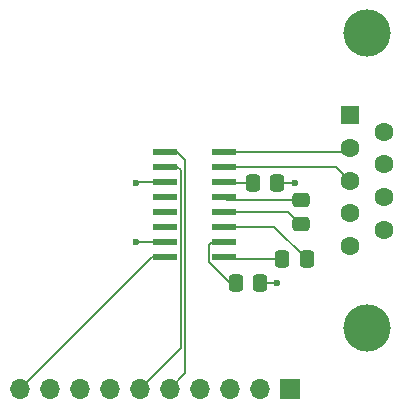
<source format=gtl>
%TF.GenerationSoftware,KiCad,Pcbnew,8.0.3*%
%TF.CreationDate,2024-07-09T19:30:08+02:00*%
%TF.ProjectId,UART-TTL-Flipper_Zero,55415254-2d54-4544-9c2d-466c69707065,rev?*%
%TF.SameCoordinates,Original*%
%TF.FileFunction,Copper,L1,Top*%
%TF.FilePolarity,Positive*%
%FSLAX46Y46*%
G04 Gerber Fmt 4.6, Leading zero omitted, Abs format (unit mm)*
G04 Created by KiCad (PCBNEW 8.0.3) date 2024-07-09 19:30:08*
%MOMM*%
%LPD*%
G01*
G04 APERTURE LIST*
G04 Aperture macros list*
%AMRoundRect*
0 Rectangle with rounded corners*
0 $1 Rounding radius*
0 $2 $3 $4 $5 $6 $7 $8 $9 X,Y pos of 4 corners*
0 Add a 4 corners polygon primitive as box body*
4,1,4,$2,$3,$4,$5,$6,$7,$8,$9,$2,$3,0*
0 Add four circle primitives for the rounded corners*
1,1,$1+$1,$2,$3*
1,1,$1+$1,$4,$5*
1,1,$1+$1,$6,$7*
1,1,$1+$1,$8,$9*
0 Add four rect primitives between the rounded corners*
20,1,$1+$1,$2,$3,$4,$5,0*
20,1,$1+$1,$4,$5,$6,$7,0*
20,1,$1+$1,$6,$7,$8,$9,0*
20,1,$1+$1,$8,$9,$2,$3,0*%
G04 Aperture macros list end*
%TA.AperFunction,ComponentPad*%
%ADD10R,1.700000X1.700000*%
%TD*%
%TA.AperFunction,ComponentPad*%
%ADD11O,1.700000X1.700000*%
%TD*%
%TA.AperFunction,SMDPad,CuDef*%
%ADD12RoundRect,0.073750X0.911250X0.221250X-0.911250X0.221250X-0.911250X-0.221250X0.911250X-0.221250X0*%
%TD*%
%TA.AperFunction,ComponentPad*%
%ADD13C,1.600000*%
%TD*%
%TA.AperFunction,ComponentPad*%
%ADD14R,1.600000X1.600000*%
%TD*%
%TA.AperFunction,ComponentPad*%
%ADD15C,4.000000*%
%TD*%
%TA.AperFunction,SMDPad,CuDef*%
%ADD16RoundRect,0.250000X-0.337500X-0.475000X0.337500X-0.475000X0.337500X0.475000X-0.337500X0.475000X0*%
%TD*%
%TA.AperFunction,SMDPad,CuDef*%
%ADD17RoundRect,0.250000X0.337500X0.475000X-0.337500X0.475000X-0.337500X-0.475000X0.337500X-0.475000X0*%
%TD*%
%TA.AperFunction,SMDPad,CuDef*%
%ADD18RoundRect,0.250000X0.475000X-0.337500X0.475000X0.337500X-0.475000X0.337500X-0.475000X-0.337500X0*%
%TD*%
%TA.AperFunction,ViaPad*%
%ADD19C,0.600000*%
%TD*%
%TA.AperFunction,Conductor*%
%ADD20C,0.200000*%
%TD*%
G04 APERTURE END LIST*
D10*
%TO.P,J1,1,Pin_1*%
%TO.N,GND*%
X86540000Y-94500000D03*
D11*
%TO.P,J1,2,Pin_2*%
%TO.N,unconnected-(J1-Pin_2-Pad2)*%
X84000000Y-94500000D03*
%TO.P,J1,3,Pin_3*%
%TO.N,unconnected-(J1-Pin_3-Pad3)*%
X81460000Y-94500000D03*
%TO.P,J1,4,Pin_4*%
%TO.N,unconnected-(J1-Pin_4-Pad4)*%
X78920000Y-94500000D03*
%TO.P,J1,5,Pin_5*%
%TO.N,Net-(J1-Pin_5)*%
X76380000Y-94500000D03*
%TO.P,J1,6,Pin_6*%
%TO.N,Net-(J1-Pin_6)*%
X73840000Y-94500000D03*
%TO.P,J1,7,Pin_7*%
%TO.N,unconnected-(J1-Pin_7-Pad7)*%
X71300000Y-94500000D03*
%TO.P,J1,8,Pin_8*%
%TO.N,GND*%
X68760000Y-94500000D03*
%TO.P,J1,9,Pin_9*%
%TO.N,unconnected-(J1-Pin_9-Pad9)*%
X66220000Y-94500000D03*
%TO.P,J1,10,Pin_10*%
%TO.N,+3.3V*%
X63680000Y-94500000D03*
%TD*%
D12*
%TO.P,U1,1,C1+*%
%TO.N,Net-(U1-C1+)*%
X80975000Y-83270000D03*
%TO.P,U1,2,VS+*%
%TO.N,Net-(U1-VS+)*%
X80975000Y-82000000D03*
%TO.P,U1,3,C1-*%
%TO.N,Net-(U1-C1-)*%
X80975000Y-80730000D03*
%TO.P,U1,4,C2+*%
%TO.N,Net-(U1-C2+)*%
X80975000Y-79460000D03*
%TO.P,U1,5,C2-*%
%TO.N,Net-(U1-C2-)*%
X80975000Y-78190000D03*
%TO.P,U1,6,VS-*%
%TO.N,Net-(U1-VS-)*%
X80975000Y-76920000D03*
%TO.P,U1,7,T2OUT*%
%TO.N,Net-(U1-T2OUT)*%
X80975000Y-75650000D03*
%TO.P,U1,8,R2IN*%
%TO.N,Net-(U1-R2IN)*%
X80975000Y-74380000D03*
%TO.P,U1,9,R2OUT*%
%TO.N,Net-(J1-Pin_5)*%
X76025000Y-74380000D03*
%TO.P,U1,10,T2IN*%
%TO.N,Net-(J1-Pin_6)*%
X76025000Y-75650000D03*
%TO.P,U1,11,T1IN*%
%TO.N,GND*%
X76025000Y-76920000D03*
%TO.P,U1,12,R1OUT*%
%TO.N,unconnected-(U1-R1OUT-Pad12)*%
X76025000Y-78190000D03*
%TO.P,U1,13,R1IN*%
%TO.N,unconnected-(U1-R1IN-Pad13)*%
X76025000Y-79460000D03*
%TO.P,U1,14,T1OUT*%
%TO.N,unconnected-(U1-T1OUT-Pad14)*%
X76025000Y-80730000D03*
%TO.P,U1,15,GND*%
%TO.N,GND*%
X76025000Y-82000000D03*
%TO.P,U1,16,VCC*%
%TO.N,+3.3V*%
X76025000Y-83270000D03*
%TD*%
D13*
%TO.P,J2,9,9*%
%TO.N,unconnected-(J2-Pad9)*%
X94500000Y-81000000D03*
%TO.P,J2,8,8*%
%TO.N,unconnected-(J2-Pad8)*%
X94500000Y-78230000D03*
%TO.P,J2,7,7*%
%TO.N,unconnected-(J2-Pad7)*%
X94500000Y-75460000D03*
%TO.P,J2,6,6*%
%TO.N,unconnected-(J2-Pad6)*%
X94500000Y-72690000D03*
%TO.P,J2,5,5*%
%TO.N,GND*%
X91660000Y-82385000D03*
%TO.P,J2,4,4*%
%TO.N,unconnected-(J2-Pad4)*%
X91660000Y-79615000D03*
%TO.P,J2,3,3*%
%TO.N,Net-(U1-T2OUT)*%
X91660000Y-76845000D03*
%TO.P,J2,2,2*%
%TO.N,Net-(U1-R2IN)*%
X91660000Y-74075000D03*
D14*
%TO.P,J2,1,1*%
%TO.N,GND*%
X91660000Y-71305000D03*
D15*
%TO.P,J2,0,PAD*%
X93080000Y-64345000D03*
X93080000Y-89345000D03*
%TD*%
D16*
%TO.P,C4,1*%
%TO.N,Net-(U1-VS-)*%
X83425000Y-77000000D03*
%TO.P,C4,2*%
%TO.N,GND*%
X85500000Y-77000000D03*
%TD*%
D17*
%TO.P,C3,1*%
%TO.N,GND*%
X84037500Y-85500000D03*
%TO.P,C3,2*%
%TO.N,Net-(U1-VS+)*%
X81962500Y-85500000D03*
%TD*%
D16*
%TO.P,C2,1*%
%TO.N,Net-(U1-C1+)*%
X85925000Y-83500000D03*
%TO.P,C2,2*%
%TO.N,Net-(U1-C1-)*%
X88000000Y-83500000D03*
%TD*%
D18*
%TO.P,C1,1*%
%TO.N,Net-(U1-C2+)*%
X87500000Y-80537500D03*
%TO.P,C1,2*%
%TO.N,Net-(U1-C2-)*%
X87500000Y-78462500D03*
%TD*%
D19*
%TO.N,GND*%
X85500000Y-85500000D03*
X73500000Y-77000000D03*
X73500000Y-82000000D03*
X87000000Y-77000000D03*
%TD*%
D20*
%TO.N,Net-(J1-Pin_5)*%
X77010000Y-74380000D02*
X76025000Y-74380000D01*
X77710000Y-75080000D02*
X77010000Y-74380000D01*
X76380000Y-94500000D02*
X77710000Y-93170000D01*
X77710000Y-93170000D02*
X77710000Y-75080000D01*
%TO.N,Net-(J1-Pin_6)*%
X77010000Y-75650000D02*
X76025000Y-75650000D01*
X77310000Y-75950000D02*
X77010000Y-75650000D01*
X77310000Y-91030000D02*
X77310000Y-75950000D01*
X73840000Y-94500000D02*
X77310000Y-91030000D01*
%TO.N,+3.3V*%
X76025000Y-83270000D02*
X74910000Y-83270000D01*
X74910000Y-83270000D02*
X63680000Y-94500000D01*
%TO.N,GND*%
X73580000Y-76920000D02*
X73500000Y-77000000D01*
X76025000Y-76920000D02*
X73580000Y-76920000D01*
X76025000Y-82000000D02*
X73500000Y-82000000D01*
X84037500Y-85500000D02*
X85500000Y-85500000D01*
%TO.N,Net-(U1-VS+)*%
X79690000Y-83690000D02*
X81500000Y-85500000D01*
X79690000Y-82300000D02*
X79690000Y-83690000D01*
X79990000Y-82000000D02*
X79690000Y-82300000D01*
X81500000Y-85500000D02*
X81962500Y-85500000D01*
X80975000Y-82000000D02*
X79990000Y-82000000D01*
%TO.N,Net-(U1-C2+)*%
X86422500Y-79460000D02*
X80975000Y-79460000D01*
X87500000Y-80537500D02*
X86422500Y-79460000D01*
%TO.N,Net-(U1-C2-)*%
X81247500Y-78462500D02*
X80975000Y-78190000D01*
X87500000Y-78462500D02*
X81247500Y-78462500D01*
%TO.N,Net-(U1-VS-)*%
X81055000Y-77000000D02*
X80975000Y-76920000D01*
X83425000Y-77000000D02*
X81055000Y-77000000D01*
%TO.N,GND*%
X85500000Y-77000000D02*
X87000000Y-77000000D01*
%TO.N,Net-(U1-C1-)*%
X85230000Y-80730000D02*
X80975000Y-80730000D01*
X88000000Y-83500000D02*
X85230000Y-80730000D01*
%TO.N,Net-(U1-C1+)*%
X81205000Y-83500000D02*
X80975000Y-83270000D01*
X85925000Y-83500000D02*
X81205000Y-83500000D01*
%TO.N,Net-(U1-T2OUT)*%
X90465000Y-75650000D02*
X91660000Y-76845000D01*
X80975000Y-75650000D02*
X90465000Y-75650000D01*
%TO.N,Net-(U1-R2IN)*%
X91355000Y-74380000D02*
X91660000Y-74075000D01*
X80975000Y-74380000D02*
X91355000Y-74380000D01*
%TD*%
M02*

</source>
